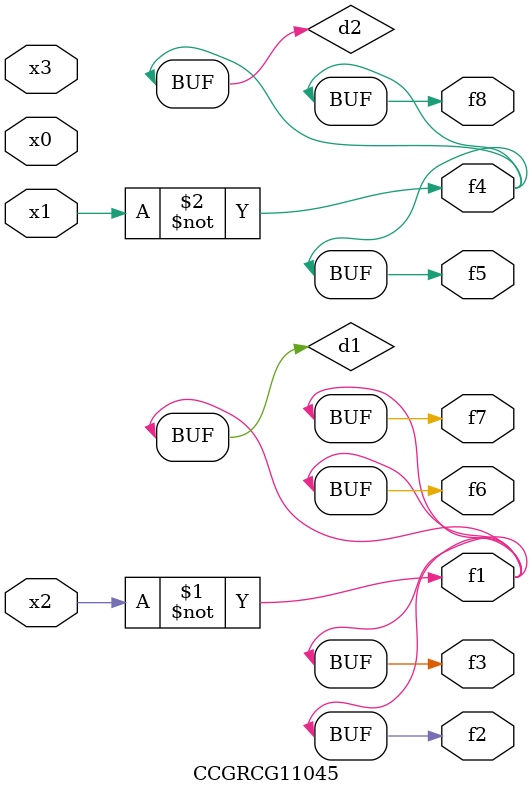
<source format=v>
module CCGRCG11045(
	input x0, x1, x2, x3,
	output f1, f2, f3, f4, f5, f6, f7, f8
);

	wire d1, d2;

	xnor (d1, x2);
	not (d2, x1);
	assign f1 = d1;
	assign f2 = d1;
	assign f3 = d1;
	assign f4 = d2;
	assign f5 = d2;
	assign f6 = d1;
	assign f7 = d1;
	assign f8 = d2;
endmodule

</source>
